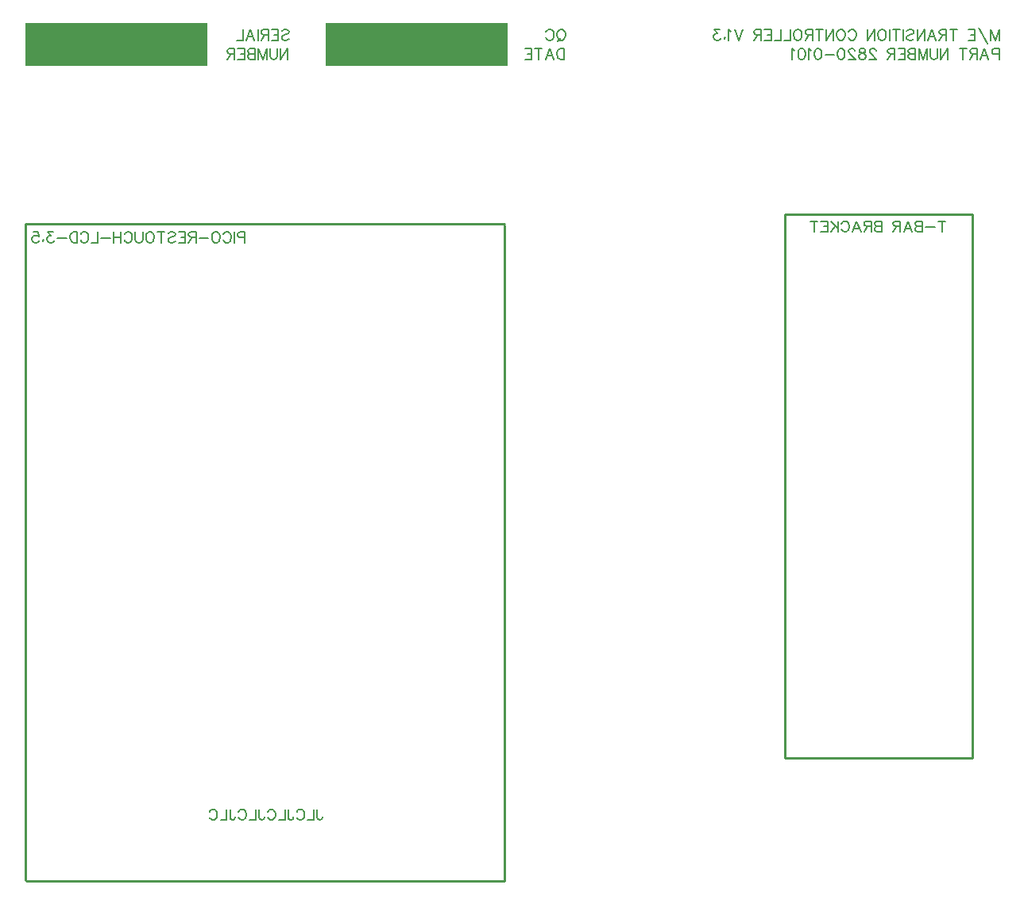
<source format=gbo>
G04 Layer: BottomSilkscreenLayer*
G04 EasyEDA v6.5.29, 2023-07-16 15:11:24*
G04 67781e16ba424d80afd487f8c688e69f,5a6b42c53f6a479593ecc07194224c93,10*
G04 Gerber Generator version 0.2*
G04 Scale: 100 percent, Rotated: No, Reflected: No *
G04 Dimensions in millimeters *
G04 leading zeros omitted , absolute positions ,4 integer and 5 decimal *
%FSLAX45Y45*%
%MOMM*%

%ADD10C,0.2032*%
%ADD11C,0.1524*%
%ADD12C,0.2540*%

%LPD*%
D10*
X2845998Y9925489D02*
G01*
X2845998Y9810945D01*
X2845998Y9925489D02*
G01*
X2796908Y9925489D01*
X2780545Y9920036D01*
X2775092Y9914582D01*
X2769636Y9903673D01*
X2769636Y9887308D01*
X2775092Y9876398D01*
X2780545Y9870945D01*
X2796908Y9865489D01*
X2845998Y9865489D01*
X2733636Y9925489D02*
G01*
X2733636Y9810945D01*
X2615818Y9898217D02*
G01*
X2621274Y9909126D01*
X2632184Y9920036D01*
X2643090Y9925489D01*
X2664909Y9925489D01*
X2675816Y9920036D01*
X2686728Y9909126D01*
X2692181Y9898217D01*
X2697637Y9881854D01*
X2697637Y9854582D01*
X2692181Y9838217D01*
X2686728Y9827308D01*
X2675816Y9816398D01*
X2664909Y9810945D01*
X2643090Y9810945D01*
X2632184Y9816398D01*
X2621274Y9827308D01*
X2615818Y9838217D01*
X2547089Y9925489D02*
G01*
X2557998Y9920036D01*
X2568910Y9909126D01*
X2574363Y9898217D01*
X2579819Y9881854D01*
X2579819Y9854582D01*
X2574363Y9838217D01*
X2568910Y9827308D01*
X2557998Y9816398D01*
X2547089Y9810945D01*
X2525273Y9810945D01*
X2514366Y9816398D01*
X2503457Y9827308D01*
X2498001Y9838217D01*
X2492545Y9854582D01*
X2492545Y9881854D01*
X2498001Y9898217D01*
X2503457Y9909126D01*
X2514366Y9920036D01*
X2525273Y9925489D01*
X2547089Y9925489D01*
X2456545Y9860036D02*
G01*
X2358367Y9860036D01*
X2322362Y9925489D02*
G01*
X2322362Y9810945D01*
X2322362Y9925489D02*
G01*
X2273272Y9925489D01*
X2256909Y9920036D01*
X2251456Y9914582D01*
X2246000Y9903673D01*
X2246000Y9892764D01*
X2251456Y9881854D01*
X2256909Y9876398D01*
X2273272Y9870945D01*
X2322362Y9870945D01*
X2284181Y9870945D02*
G01*
X2246000Y9810945D01*
X2210000Y9925489D02*
G01*
X2210000Y9810945D01*
X2210000Y9925489D02*
G01*
X2139091Y9925489D01*
X2210000Y9870945D02*
G01*
X2166363Y9870945D01*
X2210000Y9810945D02*
G01*
X2139091Y9810945D01*
X2026729Y9909126D02*
G01*
X2037636Y9920036D01*
X2054004Y9925489D01*
X2075817Y9925489D01*
X2092182Y9920036D01*
X2103092Y9909126D01*
X2103092Y9898217D01*
X2097638Y9887308D01*
X2092182Y9881854D01*
X2081275Y9876398D01*
X2048545Y9865489D01*
X2037636Y9860036D01*
X2032185Y9854582D01*
X2026729Y9843673D01*
X2026729Y9827308D01*
X2037636Y9816398D01*
X2054004Y9810945D01*
X2075817Y9810945D01*
X2092182Y9816398D01*
X2103092Y9827308D01*
X1952548Y9925489D02*
G01*
X1952548Y9810945D01*
X1990730Y9925489D02*
G01*
X1914367Y9925489D01*
X1845640Y9925489D02*
G01*
X1856549Y9920036D01*
X1867458Y9909126D01*
X1872912Y9898217D01*
X1878368Y9881854D01*
X1878368Y9854582D01*
X1872912Y9838217D01*
X1867458Y9827308D01*
X1856549Y9816398D01*
X1845640Y9810945D01*
X1823821Y9810945D01*
X1812912Y9816398D01*
X1802003Y9827308D01*
X1796549Y9838217D01*
X1791093Y9854582D01*
X1791093Y9881854D01*
X1796549Y9898217D01*
X1802003Y9909126D01*
X1812912Y9920036D01*
X1823821Y9925489D01*
X1845640Y9925489D01*
X1755094Y9925489D02*
G01*
X1755094Y9843673D01*
X1749640Y9827308D01*
X1738731Y9816398D01*
X1722366Y9810945D01*
X1711457Y9810945D01*
X1695094Y9816398D01*
X1684185Y9827308D01*
X1678731Y9843673D01*
X1678731Y9925489D01*
X1560913Y9898217D02*
G01*
X1566367Y9909126D01*
X1577276Y9920036D01*
X1588185Y9925489D01*
X1610004Y9925489D01*
X1620913Y9920036D01*
X1631822Y9909126D01*
X1637276Y9898217D01*
X1642732Y9881854D01*
X1642732Y9854582D01*
X1637276Y9838217D01*
X1631822Y9827308D01*
X1620913Y9816398D01*
X1610004Y9810945D01*
X1588185Y9810945D01*
X1577276Y9816398D01*
X1566367Y9827308D01*
X1560913Y9838217D01*
X1524914Y9925489D02*
G01*
X1524914Y9810945D01*
X1448549Y9925489D02*
G01*
X1448549Y9810945D01*
X1524914Y9870945D02*
G01*
X1448549Y9870945D01*
X1412549Y9860036D02*
G01*
X1314368Y9860036D01*
X1278369Y9925489D02*
G01*
X1278369Y9810945D01*
X1278369Y9810945D02*
G01*
X1212913Y9810945D01*
X1095095Y9898217D02*
G01*
X1100551Y9909126D01*
X1111458Y9920036D01*
X1122367Y9925489D01*
X1144186Y9925489D01*
X1155095Y9920036D01*
X1166004Y9909126D01*
X1171458Y9898217D01*
X1176914Y9881854D01*
X1176914Y9854582D01*
X1171458Y9838217D01*
X1166004Y9827308D01*
X1155095Y9816398D01*
X1144186Y9810945D01*
X1122367Y9810945D01*
X1111458Y9816398D01*
X1100551Y9827308D01*
X1095095Y9838217D01*
X1059096Y9925489D02*
G01*
X1059096Y9810945D01*
X1059096Y9925489D02*
G01*
X1020914Y9925489D01*
X1004549Y9920036D01*
X993640Y9909126D01*
X988187Y9898217D01*
X982733Y9881854D01*
X982733Y9854582D01*
X988187Y9838217D01*
X993640Y9827308D01*
X1004549Y9816398D01*
X1020914Y9810945D01*
X1059096Y9810945D01*
X946731Y9860036D02*
G01*
X848550Y9860036D01*
X801641Y9925489D02*
G01*
X741641Y9925489D01*
X774369Y9881854D01*
X758004Y9881854D01*
X747095Y9876398D01*
X741641Y9870945D01*
X736188Y9854582D01*
X736188Y9843673D01*
X741641Y9827308D01*
X752551Y9816398D01*
X768913Y9810945D01*
X785279Y9810945D01*
X801641Y9816398D01*
X807095Y9821854D01*
X812551Y9832764D01*
X694733Y9838217D02*
G01*
X700186Y9832764D01*
X694733Y9827308D01*
X689277Y9832764D01*
X694733Y9838217D01*
X587824Y9925489D02*
G01*
X642368Y9925489D01*
X647824Y9876398D01*
X642368Y9881854D01*
X626005Y9887308D01*
X609643Y9887308D01*
X593277Y9881854D01*
X582368Y9870945D01*
X576915Y9854582D01*
X576915Y9843673D01*
X582368Y9827308D01*
X593277Y9816398D01*
X609643Y9810945D01*
X626005Y9810945D01*
X642368Y9816398D01*
X647824Y9821854D01*
X653277Y9832764D01*
X3616891Y3766057D02*
G01*
X3616891Y3678681D01*
X3622476Y3662426D01*
X3627810Y3656837D01*
X3638735Y3651504D01*
X3649657Y3651504D01*
X3660576Y3656837D01*
X3666164Y3662426D01*
X3671498Y3678681D01*
X3671498Y3689604D01*
X3581074Y3766057D02*
G01*
X3581074Y3651504D01*
X3581074Y3651504D02*
G01*
X3515542Y3651504D01*
X3397689Y3738626D02*
G01*
X3403023Y3749547D01*
X3413942Y3760470D01*
X3424864Y3766057D01*
X3446708Y3766057D01*
X3457630Y3760470D01*
X3468555Y3749547D01*
X3474140Y3738626D01*
X3479474Y3722370D01*
X3479474Y3695192D01*
X3474140Y3678681D01*
X3468555Y3667760D01*
X3457630Y3656837D01*
X3446708Y3651504D01*
X3424864Y3651504D01*
X3413942Y3656837D01*
X3403023Y3667760D01*
X3397689Y3678681D01*
X3307262Y3766057D02*
G01*
X3307262Y3678681D01*
X3312596Y3662426D01*
X3317930Y3656837D01*
X3328855Y3651504D01*
X3339774Y3651504D01*
X3350696Y3656837D01*
X3356287Y3662426D01*
X3361621Y3678681D01*
X3361621Y3689604D01*
X3271194Y3766057D02*
G01*
X3271194Y3651504D01*
X3271194Y3651504D02*
G01*
X3205662Y3651504D01*
X3087809Y3738626D02*
G01*
X3093394Y3749547D01*
X3104319Y3760470D01*
X3115241Y3766057D01*
X3136828Y3766057D01*
X3147753Y3760470D01*
X3158675Y3749547D01*
X3164260Y3738626D01*
X3169594Y3722370D01*
X3169594Y3695192D01*
X3164260Y3678681D01*
X3158675Y3667760D01*
X3147753Y3656837D01*
X3136828Y3651504D01*
X3115241Y3651504D01*
X3104319Y3656837D01*
X3093394Y3667760D01*
X3087809Y3678681D01*
X2997385Y3766057D02*
G01*
X2997385Y3678681D01*
X3002719Y3662426D01*
X3008307Y3656837D01*
X3019226Y3651504D01*
X3030148Y3651504D01*
X3041073Y3656837D01*
X3046407Y3662426D01*
X3051741Y3678681D01*
X3051741Y3689604D01*
X2961314Y3766057D02*
G01*
X2961314Y3651504D01*
X2961314Y3651504D02*
G01*
X2895785Y3651504D01*
X2777926Y3738626D02*
G01*
X2783514Y3749547D01*
X2794439Y3760470D01*
X2805358Y3766057D01*
X2827205Y3766057D01*
X2838124Y3760470D01*
X2849046Y3749547D01*
X2854380Y3738626D01*
X2859971Y3722370D01*
X2859971Y3695192D01*
X2854380Y3678681D01*
X2849046Y3667760D01*
X2838124Y3656837D01*
X2827205Y3651504D01*
X2805358Y3651504D01*
X2794439Y3656837D01*
X2783514Y3667760D01*
X2777926Y3678681D01*
X2687505Y3766057D02*
G01*
X2687505Y3678681D01*
X2692839Y3662426D01*
X2698424Y3656837D01*
X2709346Y3651504D01*
X2720271Y3651504D01*
X2731190Y3656837D01*
X2736524Y3662426D01*
X2742112Y3678681D01*
X2742112Y3689604D01*
X2651437Y3766057D02*
G01*
X2651437Y3651504D01*
X2651437Y3651504D02*
G01*
X2586159Y3651504D01*
X2468303Y3738626D02*
G01*
X2473637Y3749547D01*
X2484559Y3760470D01*
X2495478Y3766057D01*
X2517325Y3766057D01*
X2528244Y3760470D01*
X2539169Y3749547D01*
X2544503Y3738626D01*
X2550091Y3722370D01*
X2550091Y3695192D01*
X2544503Y3678681D01*
X2539169Y3667760D01*
X2528244Y3656837D01*
X2517325Y3651504D01*
X2495478Y3651504D01*
X2484559Y3656837D01*
X2473637Y3667760D01*
X2468303Y3678681D01*
X10274223Y10039789D02*
G01*
X10274223Y9925245D01*
X10312405Y10039789D02*
G01*
X10236042Y10039789D01*
X10200043Y9974336D02*
G01*
X10101859Y9974336D01*
X10065859Y10039789D02*
G01*
X10065859Y9925245D01*
X10065859Y10039789D02*
G01*
X10016771Y10039789D01*
X10000406Y10034336D01*
X9994950Y10028882D01*
X9989497Y10017973D01*
X9989497Y10007064D01*
X9994950Y9996154D01*
X10000406Y9990698D01*
X10016771Y9985245D01*
X10065859Y9985245D02*
G01*
X10016771Y9985245D01*
X10000406Y9979789D01*
X9994950Y9974336D01*
X9989497Y9963426D01*
X9989497Y9947064D01*
X9994950Y9936154D01*
X10000406Y9930698D01*
X10016771Y9925245D01*
X10065859Y9925245D01*
X9909860Y10039789D02*
G01*
X9953497Y9925245D01*
X9909860Y10039789D02*
G01*
X9866223Y9925245D01*
X9937132Y9963426D02*
G01*
X9882588Y9963426D01*
X9830224Y10039789D02*
G01*
X9830224Y9925245D01*
X9830224Y10039789D02*
G01*
X9781136Y10039789D01*
X9764770Y10034336D01*
X9759315Y10028882D01*
X9753864Y10017973D01*
X9753864Y10007064D01*
X9759315Y9996154D01*
X9764770Y9990698D01*
X9781136Y9985245D01*
X9830224Y9985245D01*
X9792042Y9985245D02*
G01*
X9753864Y9925245D01*
X9633864Y10039789D02*
G01*
X9633864Y9925245D01*
X9633864Y10039789D02*
G01*
X9584773Y10039789D01*
X9568408Y10034336D01*
X9562952Y10028882D01*
X9557496Y10017973D01*
X9557496Y10007064D01*
X9562952Y9996154D01*
X9568408Y9990698D01*
X9584773Y9985245D01*
X9633864Y9985245D02*
G01*
X9584773Y9985245D01*
X9568408Y9979789D01*
X9562952Y9974336D01*
X9557496Y9963426D01*
X9557496Y9947064D01*
X9562952Y9936154D01*
X9568408Y9930698D01*
X9584773Y9925245D01*
X9633864Y9925245D01*
X9521497Y10039789D02*
G01*
X9521497Y9925245D01*
X9521497Y10039789D02*
G01*
X9472406Y10039789D01*
X9456044Y10034336D01*
X9450590Y10028882D01*
X9445134Y10017973D01*
X9445134Y10007064D01*
X9450590Y9996154D01*
X9456044Y9990698D01*
X9472406Y9985245D01*
X9521497Y9985245D01*
X9483316Y9985245D02*
G01*
X9445134Y9925245D01*
X9365498Y10039789D02*
G01*
X9409135Y9925245D01*
X9365498Y10039789D02*
G01*
X9321860Y9925245D01*
X9392770Y9963426D02*
G01*
X9338226Y9963426D01*
X9204043Y10012517D02*
G01*
X9209498Y10023426D01*
X9220408Y10034336D01*
X9231317Y10039789D01*
X9253136Y10039789D01*
X9264045Y10034336D01*
X9274952Y10023426D01*
X9280410Y10012517D01*
X9285861Y9996154D01*
X9285861Y9968882D01*
X9280410Y9952517D01*
X9274952Y9941608D01*
X9264045Y9930698D01*
X9253136Y9925245D01*
X9231317Y9925245D01*
X9220408Y9930698D01*
X9209498Y9941608D01*
X9204043Y9952517D01*
X9168043Y10039789D02*
G01*
X9168043Y9925245D01*
X9091681Y10039789D02*
G01*
X9168043Y9963426D01*
X9140771Y9990698D02*
G01*
X9091681Y9925245D01*
X9055681Y10039789D02*
G01*
X9055681Y9925245D01*
X9055681Y10039789D02*
G01*
X8984772Y10039789D01*
X9055681Y9985245D02*
G01*
X9012044Y9985245D01*
X9055681Y9925245D02*
G01*
X8984772Y9925245D01*
X8910591Y10039789D02*
G01*
X8910591Y9925245D01*
X8948773Y10039789D02*
G01*
X8872410Y10039789D01*
D11*
X6228372Y12084491D02*
G01*
X6239281Y12079036D01*
X6250190Y12068126D01*
X6255646Y12057217D01*
X6261100Y12040854D01*
X6261100Y12013582D01*
X6255646Y11997217D01*
X6250190Y11986308D01*
X6239281Y11975398D01*
X6228372Y11969945D01*
X6206553Y11969945D01*
X6195644Y11975398D01*
X6184737Y11986308D01*
X6179281Y11997217D01*
X6173828Y12013582D01*
X6173828Y12040854D01*
X6179281Y12057217D01*
X6184737Y12068126D01*
X6195644Y12079036D01*
X6206553Y12084491D01*
X6228372Y12084491D01*
X6212009Y11991764D02*
G01*
X6179281Y11959036D01*
X6056010Y12057217D02*
G01*
X6061463Y12068126D01*
X6072372Y12079036D01*
X6083282Y12084491D01*
X6105100Y12084491D01*
X6116010Y12079036D01*
X6126919Y12068126D01*
X6132372Y12057217D01*
X6137826Y12040854D01*
X6137826Y12013582D01*
X6132372Y11997217D01*
X6126919Y11986308D01*
X6116010Y11975398D01*
X6105100Y11969945D01*
X6083282Y11969945D01*
X6072372Y11975398D01*
X6061463Y11986308D01*
X6056010Y11997217D01*
X6248400Y11881291D02*
G01*
X6248400Y11766745D01*
X6248400Y11881291D02*
G01*
X6210218Y11881291D01*
X6193853Y11875836D01*
X6182944Y11864926D01*
X6177490Y11854017D01*
X6172037Y11837654D01*
X6172037Y11810382D01*
X6177490Y11794017D01*
X6182944Y11783108D01*
X6193853Y11772198D01*
X6210218Y11766745D01*
X6248400Y11766745D01*
X6092400Y11881291D02*
G01*
X6136035Y11766745D01*
X6092400Y11881291D02*
G01*
X6048763Y11766745D01*
X6119672Y11804926D02*
G01*
X6065126Y11804926D01*
X5974582Y11881291D02*
G01*
X5974582Y11766745D01*
X6012764Y11881291D02*
G01*
X5936399Y11881291D01*
X5900399Y11881291D02*
G01*
X5900399Y11766745D01*
X5900399Y11881291D02*
G01*
X5829490Y11881291D01*
X5900399Y11826745D02*
G01*
X5856762Y11826745D01*
X5900399Y11766745D02*
G01*
X5829490Y11766745D01*
X3302000Y11881291D02*
G01*
X3302000Y11766745D01*
X3302000Y11881291D02*
G01*
X3225637Y11766745D01*
X3225637Y11881291D02*
G01*
X3225637Y11766745D01*
X3189635Y11881291D02*
G01*
X3189635Y11799473D01*
X3184182Y11783108D01*
X3173272Y11772198D01*
X3156910Y11766745D01*
X3146000Y11766745D01*
X3129635Y11772198D01*
X3118726Y11783108D01*
X3113272Y11799473D01*
X3113272Y11881291D01*
X3077273Y11881291D02*
G01*
X3077273Y11766745D01*
X3077273Y11881291D02*
G01*
X3033636Y11766745D01*
X2989999Y11881291D02*
G01*
X3033636Y11766745D01*
X2989999Y11881291D02*
G01*
X2989999Y11766745D01*
X2953999Y11881291D02*
G01*
X2953999Y11766745D01*
X2953999Y11881291D02*
G01*
X2904909Y11881291D01*
X2888546Y11875836D01*
X2883090Y11870382D01*
X2877637Y11859473D01*
X2877637Y11848564D01*
X2883090Y11837654D01*
X2888546Y11832198D01*
X2904909Y11826745D01*
X2953999Y11826745D02*
G01*
X2904909Y11826745D01*
X2888546Y11821292D01*
X2883090Y11815836D01*
X2877637Y11804926D01*
X2877637Y11788564D01*
X2883090Y11777654D01*
X2888546Y11772198D01*
X2904909Y11766745D01*
X2953999Y11766745D01*
X2841635Y11881291D02*
G01*
X2841635Y11766745D01*
X2841635Y11881291D02*
G01*
X2770728Y11881291D01*
X2841635Y11826745D02*
G01*
X2798000Y11826745D01*
X2841635Y11766745D02*
G01*
X2770728Y11766745D01*
X2734726Y11881291D02*
G01*
X2734726Y11766745D01*
X2734726Y11881291D02*
G01*
X2685635Y11881291D01*
X2669273Y11875836D01*
X2663817Y11870382D01*
X2658363Y11859473D01*
X2658363Y11848564D01*
X2663817Y11837654D01*
X2669273Y11832198D01*
X2685635Y11826745D01*
X2734726Y11826745D01*
X2696545Y11826745D02*
G01*
X2658363Y11766745D01*
X3238337Y12068126D02*
G01*
X3249244Y12079036D01*
X3265609Y12084491D01*
X3287428Y12084491D01*
X3303790Y12079036D01*
X3314700Y12068126D01*
X3314700Y12057217D01*
X3309246Y12046308D01*
X3303790Y12040854D01*
X3292881Y12035398D01*
X3260153Y12024492D01*
X3249244Y12019036D01*
X3243790Y12013582D01*
X3238337Y12002673D01*
X3238337Y11986308D01*
X3249244Y11975398D01*
X3265609Y11969945D01*
X3287428Y11969945D01*
X3303790Y11975398D01*
X3314700Y11986308D01*
X3202335Y12084491D02*
G01*
X3202335Y11969945D01*
X3202335Y12084491D02*
G01*
X3131426Y12084491D01*
X3202335Y12029945D02*
G01*
X3158700Y12029945D01*
X3202335Y11969945D02*
G01*
X3131426Y11969945D01*
X3095426Y12084491D02*
G01*
X3095426Y11969945D01*
X3095426Y12084491D02*
G01*
X3046336Y12084491D01*
X3029973Y12079036D01*
X3024517Y12073582D01*
X3019064Y12062673D01*
X3019064Y12051764D01*
X3024517Y12040854D01*
X3029973Y12035398D01*
X3046336Y12029945D01*
X3095426Y12029945D01*
X3057245Y12029945D02*
G01*
X3019064Y11969945D01*
X2983064Y12084491D02*
G01*
X2983064Y11969945D01*
X2903428Y12084491D02*
G01*
X2947062Y11969945D01*
X2903428Y12084491D02*
G01*
X2859791Y11969945D01*
X2930700Y12008126D02*
G01*
X2876153Y12008126D01*
X2823791Y12084491D02*
G01*
X2823791Y11969945D01*
X2823791Y11969945D02*
G01*
X2758335Y11969945D01*
D10*
X10883900Y12084489D02*
G01*
X10883900Y11969945D01*
X10883900Y12084489D02*
G01*
X10840262Y11969945D01*
X10796628Y12084489D02*
G01*
X10840262Y11969945D01*
X10796628Y12084489D02*
G01*
X10796628Y11969945D01*
X10662445Y12106308D02*
G01*
X10760628Y11931764D01*
X10626445Y12084489D02*
G01*
X10626445Y11969945D01*
X10626445Y12084489D02*
G01*
X10555536Y12084489D01*
X10626445Y12029945D02*
G01*
X10582810Y12029945D01*
X10626445Y11969945D02*
G01*
X10555536Y11969945D01*
X10397355Y12084489D02*
G01*
X10397355Y11969945D01*
X10435536Y12084489D02*
G01*
X10359174Y12084489D01*
X10323174Y12084489D02*
G01*
X10323174Y11969945D01*
X10323174Y12084489D02*
G01*
X10274084Y12084489D01*
X10257718Y12079036D01*
X10252265Y12073582D01*
X10246809Y12062673D01*
X10246809Y12051764D01*
X10252265Y12040854D01*
X10257718Y12035399D01*
X10274084Y12029945D01*
X10323174Y12029945D01*
X10284990Y12029945D02*
G01*
X10246809Y11969945D01*
X10167172Y12084489D02*
G01*
X10210810Y11969945D01*
X10167172Y12084489D02*
G01*
X10123538Y11969945D01*
X10194447Y12008126D02*
G01*
X10139900Y12008126D01*
X10087538Y12084489D02*
G01*
X10087538Y11969945D01*
X10087538Y12084489D02*
G01*
X10011173Y11969945D01*
X10011173Y12084489D02*
G01*
X10011173Y11969945D01*
X9898811Y12068126D02*
G01*
X9909721Y12079036D01*
X9926083Y12084489D01*
X9947902Y12084489D01*
X9964265Y12079036D01*
X9975174Y12068126D01*
X9975174Y12057217D01*
X9969720Y12046308D01*
X9964265Y12040854D01*
X9953355Y12035399D01*
X9920630Y12024489D01*
X9909721Y12019036D01*
X9904265Y12013582D01*
X9898811Y12002673D01*
X9898811Y11986308D01*
X9909721Y11975399D01*
X9926083Y11969945D01*
X9947902Y11969945D01*
X9964265Y11975399D01*
X9975174Y11986308D01*
X9862812Y12084489D02*
G01*
X9862812Y11969945D01*
X9788629Y12084489D02*
G01*
X9788629Y11969945D01*
X9826810Y12084489D02*
G01*
X9750447Y12084489D01*
X9714448Y12084489D02*
G01*
X9714448Y11969945D01*
X9645721Y12084489D02*
G01*
X9656630Y12079036D01*
X9667539Y12068126D01*
X9672993Y12057217D01*
X9678449Y12040854D01*
X9678449Y12013582D01*
X9672993Y11997217D01*
X9667539Y11986308D01*
X9656630Y11975399D01*
X9645721Y11969945D01*
X9623902Y11969945D01*
X9612993Y11975399D01*
X9602083Y11986308D01*
X9596630Y11997217D01*
X9591174Y12013582D01*
X9591174Y12040854D01*
X9596630Y12057217D01*
X9602083Y12068126D01*
X9612993Y12079036D01*
X9623902Y12084489D01*
X9645721Y12084489D01*
X9555175Y12084489D02*
G01*
X9555175Y11969945D01*
X9555175Y12084489D02*
G01*
X9478812Y11969945D01*
X9478812Y12084489D02*
G01*
X9478812Y11969945D01*
X9276994Y12057217D02*
G01*
X9282447Y12068126D01*
X9293357Y12079036D01*
X9304266Y12084489D01*
X9326084Y12084489D01*
X9336994Y12079036D01*
X9347903Y12068126D01*
X9353356Y12057217D01*
X9358812Y12040854D01*
X9358812Y12013582D01*
X9353356Y11997217D01*
X9347903Y11986308D01*
X9336994Y11975399D01*
X9326084Y11969945D01*
X9304266Y11969945D01*
X9293357Y11975399D01*
X9282447Y11986308D01*
X9276994Y11997217D01*
X9208267Y12084489D02*
G01*
X9219176Y12079036D01*
X9230085Y12068126D01*
X9235539Y12057217D01*
X9240994Y12040854D01*
X9240994Y12013582D01*
X9235539Y11997217D01*
X9230085Y11986308D01*
X9219176Y11975399D01*
X9208267Y11969945D01*
X9186448Y11969945D01*
X9175539Y11975399D01*
X9164629Y11986308D01*
X9159176Y11997217D01*
X9153720Y12013582D01*
X9153720Y12040854D01*
X9159176Y12057217D01*
X9164629Y12068126D01*
X9175539Y12079036D01*
X9186448Y12084489D01*
X9208267Y12084489D01*
X9117721Y12084489D02*
G01*
X9117721Y11969945D01*
X9117721Y12084489D02*
G01*
X9041358Y11969945D01*
X9041358Y12084489D02*
G01*
X9041358Y11969945D01*
X8967175Y12084489D02*
G01*
X8967175Y11969945D01*
X9005359Y12084489D02*
G01*
X8928994Y12084489D01*
X8892994Y12084489D02*
G01*
X8892994Y11969945D01*
X8892994Y12084489D02*
G01*
X8843904Y12084489D01*
X8827541Y12079036D01*
X8822085Y12073582D01*
X8816632Y12062673D01*
X8816632Y12051764D01*
X8822085Y12040854D01*
X8827541Y12035399D01*
X8843904Y12029945D01*
X8892994Y12029945D01*
X8854813Y12029945D02*
G01*
X8816632Y11969945D01*
X8747904Y12084489D02*
G01*
X8758814Y12079036D01*
X8769723Y12068126D01*
X8775176Y12057217D01*
X8780632Y12040854D01*
X8780632Y12013582D01*
X8775176Y11997217D01*
X8769723Y11986308D01*
X8758814Y11975399D01*
X8747904Y11969945D01*
X8726086Y11969945D01*
X8715176Y11975399D01*
X8704267Y11986308D01*
X8698814Y11997217D01*
X8693358Y12013582D01*
X8693358Y12040854D01*
X8698814Y12057217D01*
X8704267Y12068126D01*
X8715176Y12079036D01*
X8726086Y12084489D01*
X8747904Y12084489D01*
X8657358Y12084489D02*
G01*
X8657358Y11969945D01*
X8657358Y11969945D02*
G01*
X8591905Y11969945D01*
X8555903Y12084489D02*
G01*
X8555903Y11969945D01*
X8555903Y11969945D02*
G01*
X8490450Y11969945D01*
X8454450Y12084489D02*
G01*
X8454450Y11969945D01*
X8454450Y12084489D02*
G01*
X8383541Y12084489D01*
X8454450Y12029945D02*
G01*
X8410813Y12029945D01*
X8454450Y11969945D02*
G01*
X8383541Y11969945D01*
X8347542Y12084489D02*
G01*
X8347542Y11969945D01*
X8347542Y12084489D02*
G01*
X8298451Y12084489D01*
X8282086Y12079036D01*
X8276633Y12073582D01*
X8271177Y12062673D01*
X8271177Y12051764D01*
X8276633Y12040854D01*
X8282086Y12035399D01*
X8298451Y12029945D01*
X8347542Y12029945D01*
X8309358Y12029945D02*
G01*
X8271177Y11969945D01*
X8151177Y12084489D02*
G01*
X8107542Y11969945D01*
X8063905Y12084489D02*
G01*
X8107542Y11969945D01*
X8027906Y12062673D02*
G01*
X8016996Y12068126D01*
X8000634Y12084489D01*
X8000634Y11969945D01*
X7959178Y11997217D02*
G01*
X7964632Y11991764D01*
X7959178Y11986308D01*
X7953722Y11991764D01*
X7959178Y11997217D01*
X7906814Y12084489D02*
G01*
X7846814Y12084489D01*
X7879542Y12040854D01*
X7863179Y12040854D01*
X7852270Y12035399D01*
X7846814Y12029945D01*
X7841361Y12013582D01*
X7841361Y12002673D01*
X7846814Y11986308D01*
X7857723Y11975399D01*
X7874088Y11969945D01*
X7890451Y11969945D01*
X7906814Y11975399D01*
X7912270Y11980854D01*
X7917723Y11991764D01*
X10883900Y11881289D02*
G01*
X10883900Y11766745D01*
X10883900Y11881289D02*
G01*
X10834809Y11881289D01*
X10818446Y11875836D01*
X10812990Y11870382D01*
X10807537Y11859473D01*
X10807537Y11843108D01*
X10812990Y11832199D01*
X10818446Y11826745D01*
X10834809Y11821289D01*
X10883900Y11821289D01*
X10727900Y11881289D02*
G01*
X10771535Y11766745D01*
X10727900Y11881289D02*
G01*
X10684263Y11766745D01*
X10755172Y11804926D02*
G01*
X10700628Y11804926D01*
X10648264Y11881289D02*
G01*
X10648264Y11766745D01*
X10648264Y11881289D02*
G01*
X10599173Y11881289D01*
X10582810Y11875836D01*
X10577355Y11870382D01*
X10571900Y11859473D01*
X10571900Y11848564D01*
X10577355Y11837654D01*
X10582810Y11832199D01*
X10599173Y11826745D01*
X10648264Y11826745D01*
X10610082Y11826745D02*
G01*
X10571900Y11766745D01*
X10497718Y11881289D02*
G01*
X10497718Y11766745D01*
X10535900Y11881289D02*
G01*
X10459537Y11881289D01*
X10339537Y11881289D02*
G01*
X10339537Y11766745D01*
X10339537Y11881289D02*
G01*
X10263174Y11766745D01*
X10263174Y11881289D02*
G01*
X10263174Y11766745D01*
X10227172Y11881289D02*
G01*
X10227172Y11799473D01*
X10221719Y11783108D01*
X10210810Y11772199D01*
X10194447Y11766745D01*
X10183538Y11766745D01*
X10167172Y11772199D01*
X10156266Y11783108D01*
X10150810Y11799473D01*
X10150810Y11881289D01*
X10114810Y11881289D02*
G01*
X10114810Y11766745D01*
X10114810Y11881289D02*
G01*
X10071173Y11766745D01*
X10027538Y11881289D02*
G01*
X10071173Y11766745D01*
X10027538Y11881289D02*
G01*
X10027538Y11766745D01*
X9991537Y11881289D02*
G01*
X9991537Y11766745D01*
X9991537Y11881289D02*
G01*
X9942446Y11881289D01*
X9926083Y11875836D01*
X9920630Y11870382D01*
X9915174Y11859473D01*
X9915174Y11848564D01*
X9920630Y11837654D01*
X9926083Y11832199D01*
X9942446Y11826745D01*
X9991537Y11826745D02*
G01*
X9942446Y11826745D01*
X9926083Y11821289D01*
X9920630Y11815836D01*
X9915174Y11804926D01*
X9915174Y11788564D01*
X9920630Y11777654D01*
X9926083Y11772199D01*
X9942446Y11766745D01*
X9991537Y11766745D01*
X9879175Y11881289D02*
G01*
X9879175Y11766745D01*
X9879175Y11881289D02*
G01*
X9808265Y11881289D01*
X9879175Y11826745D02*
G01*
X9835537Y11826745D01*
X9879175Y11766745D02*
G01*
X9808265Y11766745D01*
X9772266Y11881289D02*
G01*
X9772266Y11766745D01*
X9772266Y11881289D02*
G01*
X9723175Y11881289D01*
X9706810Y11875836D01*
X9701357Y11870382D01*
X9695901Y11859473D01*
X9695901Y11848564D01*
X9701357Y11837654D01*
X9706810Y11832199D01*
X9723175Y11826745D01*
X9772266Y11826745D01*
X9734085Y11826745D02*
G01*
X9695901Y11766745D01*
X9570448Y11854017D02*
G01*
X9570448Y11859473D01*
X9564992Y11870382D01*
X9559538Y11875836D01*
X9548629Y11881289D01*
X9526811Y11881289D01*
X9515901Y11875836D01*
X9510448Y11870382D01*
X9504992Y11859473D01*
X9504992Y11848564D01*
X9510448Y11837654D01*
X9521357Y11821289D01*
X9575901Y11766745D01*
X9499539Y11766745D01*
X9436267Y11881289D02*
G01*
X9452630Y11875836D01*
X9458083Y11864926D01*
X9458083Y11854017D01*
X9452630Y11843108D01*
X9441721Y11837654D01*
X9419902Y11832199D01*
X9403539Y11826745D01*
X9392630Y11815836D01*
X9387174Y11804926D01*
X9387174Y11788564D01*
X9392630Y11777654D01*
X9398083Y11772199D01*
X9414449Y11766745D01*
X9436267Y11766745D01*
X9452630Y11772199D01*
X9458083Y11777654D01*
X9463539Y11788564D01*
X9463539Y11804926D01*
X9458083Y11815836D01*
X9447174Y11826745D01*
X9430811Y11832199D01*
X9408993Y11837654D01*
X9398083Y11843108D01*
X9392630Y11854017D01*
X9392630Y11864926D01*
X9398083Y11875836D01*
X9414449Y11881289D01*
X9436267Y11881289D01*
X9345721Y11854017D02*
G01*
X9345721Y11859473D01*
X9340265Y11870382D01*
X9334812Y11875836D01*
X9323903Y11881289D01*
X9302084Y11881289D01*
X9291175Y11875836D01*
X9285721Y11870382D01*
X9280265Y11859473D01*
X9280265Y11848564D01*
X9285721Y11837654D01*
X9296631Y11821289D01*
X9351175Y11766745D01*
X9274812Y11766745D01*
X9206085Y11881289D02*
G01*
X9222447Y11875836D01*
X9233357Y11859473D01*
X9238813Y11832199D01*
X9238813Y11815836D01*
X9233357Y11788564D01*
X9222447Y11772199D01*
X9206085Y11766745D01*
X9195175Y11766745D01*
X9178813Y11772199D01*
X9167903Y11788564D01*
X9162448Y11815836D01*
X9162448Y11832199D01*
X9167903Y11859473D01*
X9178813Y11875836D01*
X9195175Y11881289D01*
X9206085Y11881289D01*
X9126448Y11815836D02*
G01*
X9028267Y11815836D01*
X8959540Y11881289D02*
G01*
X8975902Y11875836D01*
X8986812Y11859473D01*
X8992268Y11832199D01*
X8992268Y11815836D01*
X8986812Y11788564D01*
X8975902Y11772199D01*
X8959540Y11766745D01*
X8948630Y11766745D01*
X8932268Y11772199D01*
X8921358Y11788564D01*
X8915902Y11815836D01*
X8915902Y11832199D01*
X8921358Y11859473D01*
X8932268Y11875836D01*
X8948630Y11881289D01*
X8959540Y11881289D01*
X8879903Y11859473D02*
G01*
X8868994Y11864926D01*
X8852631Y11881289D01*
X8852631Y11766745D01*
X8783904Y11881289D02*
G01*
X8800266Y11875836D01*
X8811176Y11859473D01*
X8816632Y11832199D01*
X8816632Y11815836D01*
X8811176Y11788564D01*
X8800266Y11772199D01*
X8783904Y11766745D01*
X8772994Y11766745D01*
X8756632Y11772199D01*
X8745722Y11788564D01*
X8740266Y11815836D01*
X8740266Y11832199D01*
X8745722Y11859473D01*
X8756632Y11875836D01*
X8772994Y11881289D01*
X8783904Y11881289D01*
X8704267Y11859473D02*
G01*
X8693358Y11864926D01*
X8676995Y11881289D01*
X8676995Y11766745D01*
D12*
X509201Y3009900D02*
G01*
X509201Y10009901D01*
X511898Y10007600D02*
G01*
X5611898Y10007600D01*
X511898Y2997200D02*
G01*
X5611898Y2997200D01*
X5614598Y2997200D02*
G01*
X5614598Y9997201D01*
X8597900Y10109200D02*
G01*
X10597895Y10109200D01*
X10597895Y4309186D01*
X8597900Y4309186D01*
X8597900Y10109200D01*
G36*
X3708400Y12153900D02*
G01*
X5645150Y12153900D01*
X5645150Y11692001D01*
X3708400Y11692001D01*
G37*
G36*
X508000Y12153900D02*
G01*
X2444750Y12153900D01*
X2444750Y11692001D01*
X508000Y11692001D01*
G37*
M02*

</source>
